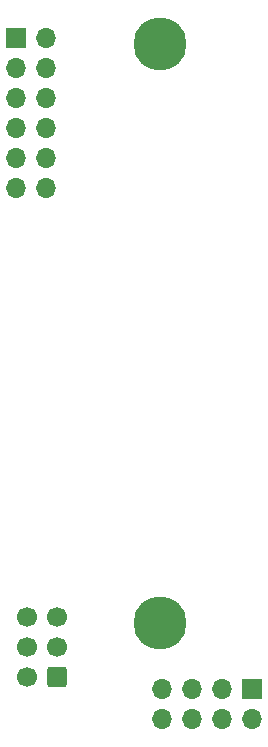
<source format=gbr>
%TF.GenerationSoftware,KiCad,Pcbnew,8.0.6*%
%TF.CreationDate,2025-02-12T13:49:43-05:00*%
%TF.ProjectId,PwrBypass,50777242-7970-4617-9373-2e6b69636164,rev?*%
%TF.SameCoordinates,Original*%
%TF.FileFunction,Soldermask,Top*%
%TF.FilePolarity,Negative*%
%FSLAX46Y46*%
G04 Gerber Fmt 4.6, Leading zero omitted, Abs format (unit mm)*
G04 Created by KiCad (PCBNEW 8.0.6) date 2025-02-12 13:49:43*
%MOMM*%
%LPD*%
G01*
G04 APERTURE LIST*
G04 Aperture macros list*
%AMRoundRect*
0 Rectangle with rounded corners*
0 $1 Rounding radius*
0 $2 $3 $4 $5 $6 $7 $8 $9 X,Y pos of 4 corners*
0 Add a 4 corners polygon primitive as box body*
4,1,4,$2,$3,$4,$5,$6,$7,$8,$9,$2,$3,0*
0 Add four circle primitives for the rounded corners*
1,1,$1+$1,$2,$3*
1,1,$1+$1,$4,$5*
1,1,$1+$1,$6,$7*
1,1,$1+$1,$8,$9*
0 Add four rect primitives between the rounded corners*
20,1,$1+$1,$2,$3,$4,$5,0*
20,1,$1+$1,$4,$5,$6,$7,0*
20,1,$1+$1,$6,$7,$8,$9,0*
20,1,$1+$1,$8,$9,$2,$3,0*%
G04 Aperture macros list end*
%ADD10R,1.700000X1.700000*%
%ADD11O,1.700000X1.700000*%
%ADD12C,4.500000*%
%ADD13RoundRect,0.250000X0.600000X0.600000X-0.600000X0.600000X-0.600000X-0.600000X0.600000X-0.600000X0*%
%ADD14C,1.700000*%
G04 APERTURE END LIST*
D10*
%TO.C,J14*%
X124000000Y-98100000D03*
D11*
X124000000Y-100640000D03*
X121460000Y-98100000D03*
X121460000Y-100640000D03*
X118920000Y-98100000D03*
X118920000Y-100640000D03*
X116380000Y-98100000D03*
X116380000Y-100640000D03*
%TD*%
D10*
%TO.C,J11*%
X104050000Y-42975000D03*
D11*
X106590000Y-42975000D03*
X104050000Y-45515000D03*
X106590000Y-45515000D03*
X104050000Y-48055000D03*
X106590000Y-48055000D03*
X104050000Y-50595000D03*
X106590000Y-50595000D03*
X104050000Y-53135000D03*
X106590000Y-53135000D03*
X104050000Y-55675000D03*
X106590000Y-55675000D03*
%TD*%
D12*
%TO.C,H5*%
X116200000Y-92480000D03*
%TD*%
D13*
%TO.C,J1*%
X107500000Y-97040000D03*
D14*
X104960000Y-97040000D03*
X107500000Y-94500000D03*
X104960000Y-94500000D03*
X107500000Y-91960000D03*
X104960000Y-91960000D03*
%TD*%
D12*
%TO.C,H1*%
X116200000Y-43480000D03*
%TD*%
M02*

</source>
